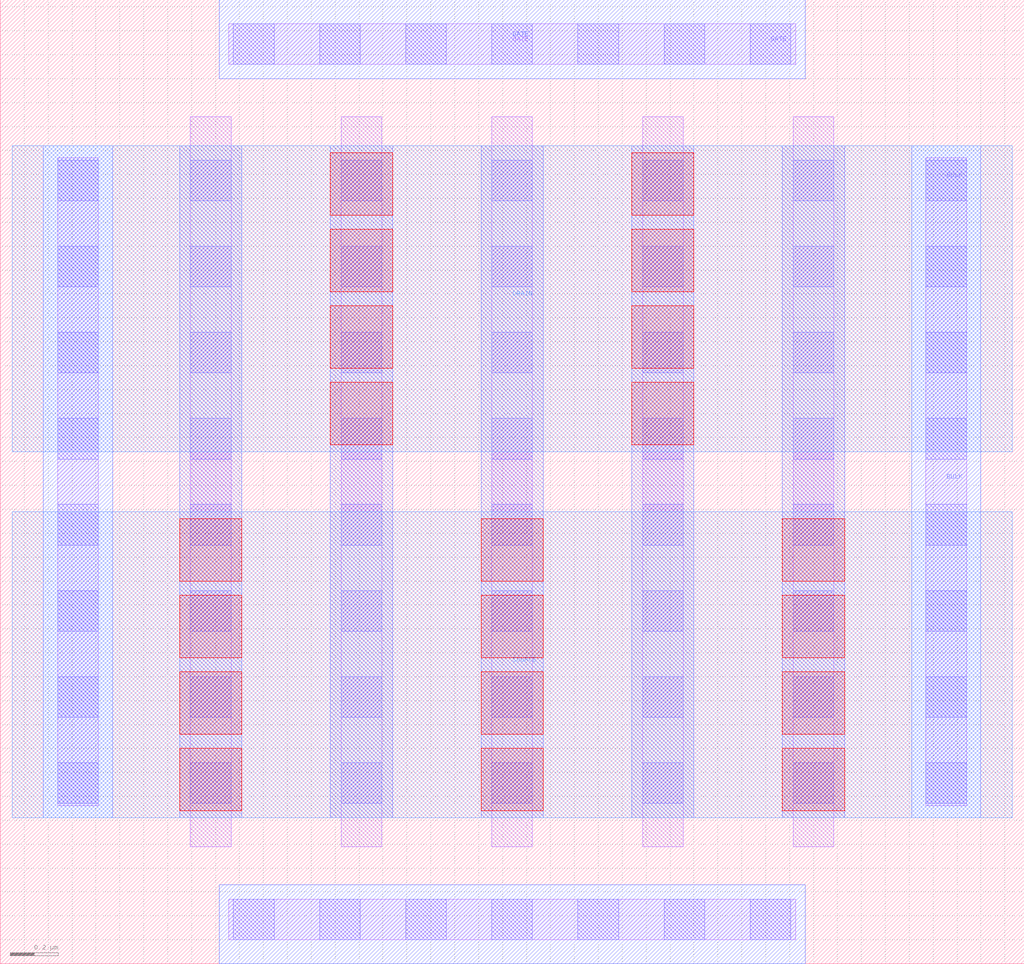
<source format=lef>
# Copyright 2020 The SkyWater PDK Authors
#
# Licensed under the Apache License, Version 2.0 (the "License");
# you may not use this file except in compliance with the License.
# You may obtain a copy of the License at
#
#     https://www.apache.org/licenses/LICENSE-2.0
#
# Unless required by applicable law or agreed to in writing, software
# distributed under the License is distributed on an "AS IS" BASIS,
# WITHOUT WARRANTIES OR CONDITIONS OF ANY KIND, either express or implied.
# See the License for the specific language governing permissions and
# limitations under the License.
#
# SPDX-License-Identifier: Apache-2.0

VERSION 5.7 ;
  NOWIREEXTENSIONATPIN ON ;
  DIVIDERCHAR "/" ;
  BUSBITCHARS "[]" ;
MACRO sky130_fd_pr__rf_pfet_01v8_lvt_aM04W3p00L0p35
  CLASS BLOCK ;
  FOREIGN sky130_fd_pr__rf_pfet_01v8_lvt_aM04W3p00L0p35 ;
  ORIGIN  0.000000  0.000000 ;
  SIZE  4.280000 BY  4.030000 ;
  PIN BULK
    ANTENNADIFFAREA  1.745800 ;
    PORT
      LAYER li1 ;
        RECT 0.240000 0.660000 0.410000 3.370000 ;
        RECT 3.870000 0.660000 4.040000 3.370000 ;
      LAYER mcon ;
        RECT 0.240000 0.670000 0.410000 0.840000 ;
        RECT 0.240000 1.030000 0.410000 1.200000 ;
        RECT 0.240000 1.390000 0.410000 1.560000 ;
        RECT 0.240000 1.750000 0.410000 1.920000 ;
        RECT 0.240000 2.110000 0.410000 2.280000 ;
        RECT 0.240000 2.470000 0.410000 2.640000 ;
        RECT 0.240000 2.830000 0.410000 3.000000 ;
        RECT 0.240000 3.190000 0.410000 3.360000 ;
        RECT 3.870000 0.670000 4.040000 0.840000 ;
        RECT 3.870000 1.030000 4.040000 1.200000 ;
        RECT 3.870000 1.390000 4.040000 1.560000 ;
        RECT 3.870000 1.750000 4.040000 1.920000 ;
        RECT 3.870000 2.110000 4.040000 2.280000 ;
        RECT 3.870000 2.470000 4.040000 2.640000 ;
        RECT 3.870000 2.830000 4.040000 3.000000 ;
        RECT 3.870000 3.190000 4.040000 3.360000 ;
    END
    PORT
      LAYER met1 ;
        RECT 0.180000 0.610000 0.470000 3.420000 ;
        RECT 3.810000 0.610000 4.100000 3.420000 ;
    END
  END BULK
  PIN DRAIN
    ANTENNADIFFAREA  1.685600 ;
    PORT
      LAYER met2 ;
        RECT 0.050000 2.140000 4.230000 3.420000 ;
    END
  END DRAIN
  PIN GATE
    ANTENNAGATEAREA  4.214000 ;
    PORT
      LAYER li1 ;
        RECT 0.955000 0.100000 3.325000 0.270000 ;
        RECT 0.955000 3.760000 3.325000 3.930000 ;
      LAYER mcon ;
        RECT 0.975000 0.100000 1.145000 0.270000 ;
        RECT 0.975000 3.760000 1.145000 3.930000 ;
        RECT 1.335000 0.100000 1.505000 0.270000 ;
        RECT 1.335000 3.760000 1.505000 3.930000 ;
        RECT 1.695000 0.100000 1.865000 0.270000 ;
        RECT 1.695000 3.760000 1.865000 3.930000 ;
        RECT 2.055000 0.100000 2.225000 0.270000 ;
        RECT 2.055000 3.760000 2.225000 3.930000 ;
        RECT 2.415000 0.100000 2.585000 0.270000 ;
        RECT 2.415000 3.760000 2.585000 3.930000 ;
        RECT 2.775000 0.100000 2.945000 0.270000 ;
        RECT 2.775000 3.760000 2.945000 3.930000 ;
        RECT 3.135000 0.100000 3.305000 0.270000 ;
        RECT 3.135000 3.760000 3.305000 3.930000 ;
    END
    PORT
      LAYER met1 ;
        RECT 0.915000 0.000000 3.365000 0.330000 ;
        RECT 0.915000 3.700000 3.365000 4.030000 ;
    END
  END GATE
  PIN SOURCE
    ANTENNADIFFAREA  2.528400 ;
    PORT
      LAYER met2 ;
        RECT 0.050000 0.610000 4.230000 1.890000 ;
    END
  END SOURCE
  OBS
    LAYER li1 ;
      RECT 0.795000 0.490000 0.965000 3.540000 ;
      RECT 1.425000 0.490000 1.595000 3.540000 ;
      RECT 2.055000 0.490000 2.225000 3.540000 ;
      RECT 2.685000 0.490000 2.855000 3.540000 ;
      RECT 3.315000 0.490000 3.485000 3.540000 ;
    LAYER mcon ;
      RECT 0.795000 0.670000 0.965000 0.840000 ;
      RECT 0.795000 1.030000 0.965000 1.200000 ;
      RECT 0.795000 1.390000 0.965000 1.560000 ;
      RECT 0.795000 1.750000 0.965000 1.920000 ;
      RECT 0.795000 2.110000 0.965000 2.280000 ;
      RECT 0.795000 2.470000 0.965000 2.640000 ;
      RECT 0.795000 2.830000 0.965000 3.000000 ;
      RECT 0.795000 3.190000 0.965000 3.360000 ;
      RECT 1.425000 0.670000 1.595000 0.840000 ;
      RECT 1.425000 1.030000 1.595000 1.200000 ;
      RECT 1.425000 1.390000 1.595000 1.560000 ;
      RECT 1.425000 1.750000 1.595000 1.920000 ;
      RECT 1.425000 2.110000 1.595000 2.280000 ;
      RECT 1.425000 2.470000 1.595000 2.640000 ;
      RECT 1.425000 2.830000 1.595000 3.000000 ;
      RECT 1.425000 3.190000 1.595000 3.360000 ;
      RECT 2.055000 0.670000 2.225000 0.840000 ;
      RECT 2.055000 1.030000 2.225000 1.200000 ;
      RECT 2.055000 1.390000 2.225000 1.560000 ;
      RECT 2.055000 1.750000 2.225000 1.920000 ;
      RECT 2.055000 2.110000 2.225000 2.280000 ;
      RECT 2.055000 2.470000 2.225000 2.640000 ;
      RECT 2.055000 2.830000 2.225000 3.000000 ;
      RECT 2.055000 3.190000 2.225000 3.360000 ;
      RECT 2.685000 0.670000 2.855000 0.840000 ;
      RECT 2.685000 1.030000 2.855000 1.200000 ;
      RECT 2.685000 1.390000 2.855000 1.560000 ;
      RECT 2.685000 1.750000 2.855000 1.920000 ;
      RECT 2.685000 2.110000 2.855000 2.280000 ;
      RECT 2.685000 2.470000 2.855000 2.640000 ;
      RECT 2.685000 2.830000 2.855000 3.000000 ;
      RECT 2.685000 3.190000 2.855000 3.360000 ;
      RECT 3.315000 0.670000 3.485000 0.840000 ;
      RECT 3.315000 1.030000 3.485000 1.200000 ;
      RECT 3.315000 1.390000 3.485000 1.560000 ;
      RECT 3.315000 1.750000 3.485000 1.920000 ;
      RECT 3.315000 2.110000 3.485000 2.280000 ;
      RECT 3.315000 2.470000 3.485000 2.640000 ;
      RECT 3.315000 2.830000 3.485000 3.000000 ;
      RECT 3.315000 3.190000 3.485000 3.360000 ;
    LAYER met1 ;
      RECT 0.750000 0.610000 1.010000 3.420000 ;
      RECT 1.380000 0.610000 1.640000 3.420000 ;
      RECT 2.010000 0.610000 2.270000 3.420000 ;
      RECT 2.640000 0.610000 2.900000 3.420000 ;
      RECT 3.270000 0.610000 3.530000 3.420000 ;
    LAYER via ;
      RECT 0.750000 0.640000 1.010000 0.900000 ;
      RECT 0.750000 0.960000 1.010000 1.220000 ;
      RECT 0.750000 1.280000 1.010000 1.540000 ;
      RECT 0.750000 1.600000 1.010000 1.860000 ;
      RECT 1.380000 2.170000 1.640000 2.430000 ;
      RECT 1.380000 2.490000 1.640000 2.750000 ;
      RECT 1.380000 2.810000 1.640000 3.070000 ;
      RECT 1.380000 3.130000 1.640000 3.390000 ;
      RECT 2.010000 0.640000 2.270000 0.900000 ;
      RECT 2.010000 0.960000 2.270000 1.220000 ;
      RECT 2.010000 1.280000 2.270000 1.540000 ;
      RECT 2.010000 1.600000 2.270000 1.860000 ;
      RECT 2.640000 2.170000 2.900000 2.430000 ;
      RECT 2.640000 2.490000 2.900000 2.750000 ;
      RECT 2.640000 2.810000 2.900000 3.070000 ;
      RECT 2.640000 3.130000 2.900000 3.390000 ;
      RECT 3.270000 0.640000 3.530000 0.900000 ;
      RECT 3.270000 0.960000 3.530000 1.220000 ;
      RECT 3.270000 1.280000 3.530000 1.540000 ;
      RECT 3.270000 1.600000 3.530000 1.860000 ;
  END
END sky130_fd_pr__rf_pfet_01v8_lvt_aM04W3p00L0p35
END LIBRARY

</source>
